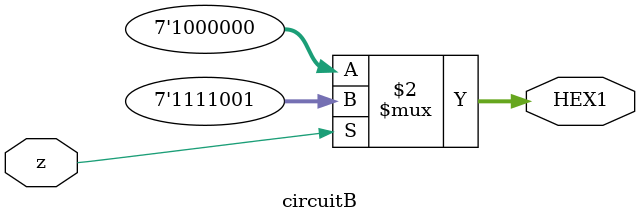
<source format=v>
module circuitB(z,HEX1);

	input z;
	output [6:0]HEX1;
	
	assign	HEX1 = (z == 1'b0)? 7'b1000000 : 7'b1111001;
	
endmodule
</source>
